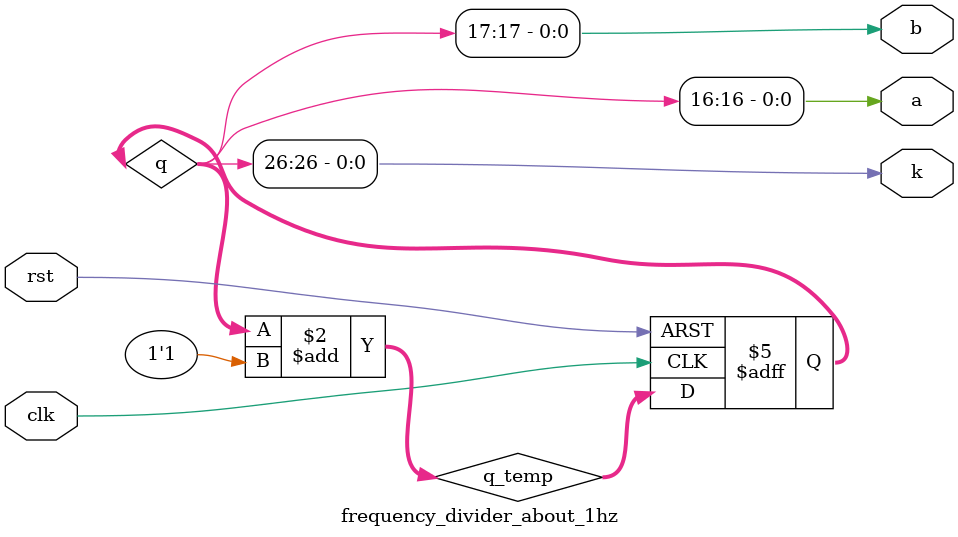
<source format=v>
`timescale 1ns / 1ps


module frequency_divider_about_1hz(clk, rst, k, a, b);
    input clk, rst;  //rst is a n active low reset
    output k;
    output a, b;
    reg [26:0] q_temp;
    reg [26:0] q;
    reg k;
    reg a, b;
    always @* begin
        q_temp = q + 1'b1;
        k = q[26];
        a <= q[16];
        b <= q[17];
    end
    always @(posedge clk or negedge rst) begin
        if(~rst) begin
            q <= 27'b000000000000000000000000000;
        end
        else begin
            q <= q_temp;
        end
    end
    
endmodule

</source>
